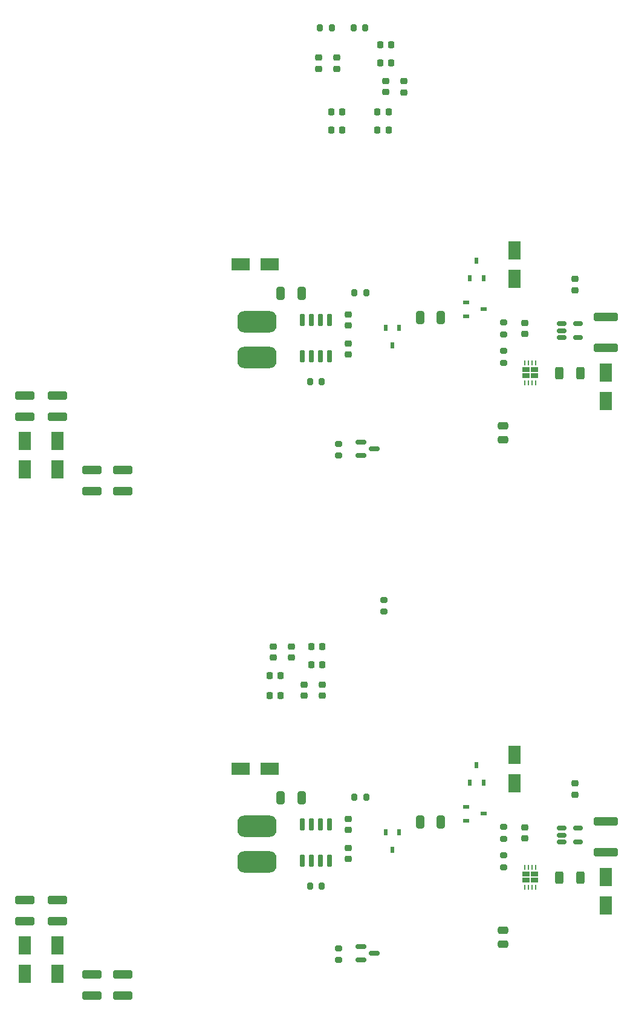
<source format=gtp>
%TF.GenerationSoftware,KiCad,Pcbnew,(6.0.7)*%
%TF.CreationDate,2022-10-24T22:46:20-04:00*%
%TF.ProjectId,LabPowerSupply,4c616250-6f77-4657-9253-7570706c792e,rev?*%
%TF.SameCoordinates,Original*%
%TF.FileFunction,Paste,Top*%
%TF.FilePolarity,Positive*%
%FSLAX46Y46*%
G04 Gerber Fmt 4.6, Leading zero omitted, Abs format (unit mm)*
G04 Created by KiCad (PCBNEW (6.0.7)) date 2022-10-24 22:46:20*
%MOMM*%
%LPD*%
G01*
G04 APERTURE LIST*
G04 Aperture macros list*
%AMRoundRect*
0 Rectangle with rounded corners*
0 $1 Rounding radius*
0 $2 $3 $4 $5 $6 $7 $8 $9 X,Y pos of 4 corners*
0 Add a 4 corners polygon primitive as box body*
4,1,4,$2,$3,$4,$5,$6,$7,$8,$9,$2,$3,0*
0 Add four circle primitives for the rounded corners*
1,1,$1+$1,$2,$3*
1,1,$1+$1,$4,$5*
1,1,$1+$1,$6,$7*
1,1,$1+$1,$8,$9*
0 Add four rect primitives between the rounded corners*
20,1,$1+$1,$2,$3,$4,$5,0*
20,1,$1+$1,$4,$5,$6,$7,0*
20,1,$1+$1,$6,$7,$8,$9,0*
20,1,$1+$1,$8,$9,$2,$3,0*%
G04 Aperture macros list end*
%ADD10RoundRect,0.250000X1.450000X-0.312500X1.450000X0.312500X-1.450000X0.312500X-1.450000X-0.312500X0*%
%ADD11RoundRect,0.225000X0.225000X0.250000X-0.225000X0.250000X-0.225000X-0.250000X0.225000X-0.250000X0*%
%ADD12R,1.000000X0.640000*%
%ADD13R,0.250000X0.700000*%
%ADD14R,2.500000X1.800000*%
%ADD15RoundRect,0.225000X-0.225000X-0.250000X0.225000X-0.250000X0.225000X0.250000X-0.225000X0.250000X0*%
%ADD16R,1.800000X2.500000*%
%ADD17RoundRect,0.250000X-1.100000X0.325000X-1.100000X-0.325000X1.100000X-0.325000X1.100000X0.325000X0*%
%ADD18RoundRect,0.250000X0.325000X0.650000X-0.325000X0.650000X-0.325000X-0.650000X0.325000X-0.650000X0*%
%ADD19RoundRect,0.225000X-0.250000X0.225000X-0.250000X-0.225000X0.250000X-0.225000X0.250000X0.225000X0*%
%ADD20R,0.600000X0.850000*%
%ADD21RoundRect,0.200000X0.200000X0.275000X-0.200000X0.275000X-0.200000X-0.275000X0.200000X-0.275000X0*%
%ADD22R,0.850000X0.600000*%
%ADD23RoundRect,0.250000X0.475000X-0.250000X0.475000X0.250000X-0.475000X0.250000X-0.475000X-0.250000X0*%
%ADD24RoundRect,0.225000X0.250000X-0.225000X0.250000X0.225000X-0.250000X0.225000X-0.250000X-0.225000X0*%
%ADD25RoundRect,0.200000X-0.200000X-0.275000X0.200000X-0.275000X0.200000X0.275000X-0.200000X0.275000X0*%
%ADD26RoundRect,0.150000X-0.587500X-0.150000X0.587500X-0.150000X0.587500X0.150000X-0.587500X0.150000X0*%
%ADD27RoundRect,0.150000X0.150000X-0.725000X0.150000X0.725000X-0.150000X0.725000X-0.150000X-0.725000X0*%
%ADD28RoundRect,0.200000X-0.275000X0.200000X-0.275000X-0.200000X0.275000X-0.200000X0.275000X0.200000X0*%
%ADD29RoundRect,0.200000X0.275000X-0.200000X0.275000X0.200000X-0.275000X0.200000X-0.275000X-0.200000X0*%
%ADD30RoundRect,0.150000X-0.512500X-0.150000X0.512500X-0.150000X0.512500X0.150000X-0.512500X0.150000X0*%
%ADD31RoundRect,0.250000X-0.312500X-0.625000X0.312500X-0.625000X0.312500X0.625000X-0.312500X0.625000X0*%
%ADD32RoundRect,0.999000X-1.751000X0.501000X-1.751000X-0.501000X1.751000X-0.501000X1.751000X0.501000X0*%
G04 APERTURE END LIST*
D10*
%TO.C,F_CS1*%
X132324000Y-82997500D03*
X132324000Y-78722500D03*
%TD*%
D11*
%TO.C,C5_Power2*%
X86767000Y-128905000D03*
X85217000Y-128905000D03*
%TD*%
D12*
%TO.C,Linear1_1*%
X122310000Y-86099500D03*
X122310000Y-86929500D03*
X121120000Y-86099500D03*
X121120000Y-86929500D03*
D13*
X122465000Y-85114500D03*
X121965000Y-85114500D03*
X121465000Y-85114500D03*
X120965000Y-85114500D03*
X120965000Y-87914500D03*
X121465000Y-87914500D03*
X121965000Y-87914500D03*
X122465000Y-87914500D03*
%TD*%
D14*
%TO.C,D_SVR1*%
X81185000Y-71374000D03*
X85185000Y-71374000D03*
%TD*%
D15*
%TO.C,C6_Power1*%
X100698000Y-43180000D03*
X102248000Y-43180000D03*
%TD*%
D16*
%TO.C,D2_CP2*%
X50927000Y-170670323D03*
X50927000Y-166670323D03*
%TD*%
D17*
%TO.C,C3_CP2*%
X60325000Y-170737000D03*
X60325000Y-173687000D03*
%TD*%
D16*
%TO.C,D1_CP2*%
X55499000Y-166670323D03*
X55499000Y-170670323D03*
%TD*%
%TO.C,D_LVR2*%
X119556000Y-144015500D03*
X119556000Y-140015500D03*
%TD*%
D18*
%TO.C,C3_LVR2*%
X109220000Y-149381500D03*
X106270000Y-149381500D03*
%TD*%
D16*
%TO.C,D_LVR1*%
X119556000Y-73403500D03*
X119556000Y-69403500D03*
%TD*%
D19*
%TO.C,C3_SVR1*%
X96266000Y-82410000D03*
X96266000Y-83960000D03*
%TD*%
D17*
%TO.C,C1_CP1*%
X55499000Y-89711000D03*
X55499000Y-92661000D03*
%TD*%
D20*
%TO.C,Q1_LVR1*%
X113272000Y-73286500D03*
X115172000Y-73286500D03*
X114222000Y-70786500D03*
%TD*%
D21*
%TO.C,R_I2C1*%
X98615000Y-38227000D03*
X96965000Y-38227000D03*
%TD*%
D10*
%TO.C,F_CS2*%
X132324000Y-153609500D03*
X132324000Y-149334500D03*
%TD*%
D22*
%TO.C,Q2_LVR1*%
X112718000Y-76674500D03*
X112718000Y-78574500D03*
X115218000Y-77624500D03*
%TD*%
D23*
%TO.C,C1_LVR2*%
X117905000Y-166460500D03*
X117905000Y-164560500D03*
%TD*%
D16*
%TO.C,D1_CP1*%
X55499000Y-96058323D03*
X55499000Y-100058323D03*
%TD*%
D24*
%TO.C,C4_LVR1*%
X120953000Y-81068500D03*
X120953000Y-79518500D03*
%TD*%
D19*
%TO.C,C7_Power1*%
X101473000Y-45694000D03*
X101473000Y-47244000D03*
%TD*%
D25*
%TO.C,R5_SVR1*%
X97092000Y-75311000D03*
X98742000Y-75311000D03*
%TD*%
D20*
%TO.C,Q3_LVR1*%
X103361000Y-80184500D03*
X101461000Y-80184500D03*
X102411000Y-82684500D03*
%TD*%
D19*
%TO.C,C3_SVR2*%
X96266000Y-153022000D03*
X96266000Y-154572000D03*
%TD*%
%TO.C,C8_Power2*%
X90043000Y-130162000D03*
X90043000Y-131712000D03*
%TD*%
D18*
%TO.C,C3_LVR1*%
X109220000Y-78769500D03*
X106270000Y-78769500D03*
%TD*%
D26*
%TO.C,Q1_CP1*%
X97995500Y-98105000D03*
X97995500Y-96205000D03*
X99870500Y-97155000D03*
%TD*%
D27*
%TO.C,Switching1*%
X89789000Y-84236000D03*
X91059000Y-84236000D03*
X92329000Y-84236000D03*
X93599000Y-84236000D03*
X93599000Y-79086000D03*
X92329000Y-79086000D03*
X91059000Y-79086000D03*
X89789000Y-79086000D03*
%TD*%
D24*
%TO.C,C4_LVR2*%
X120953000Y-151680500D03*
X120953000Y-150130500D03*
%TD*%
D15*
%TO.C,C7_Power2*%
X91046000Y-127381000D03*
X92596000Y-127381000D03*
%TD*%
D11*
%TO.C,C5_Power1*%
X95403000Y-52578000D03*
X93853000Y-52578000D03*
%TD*%
D17*
%TO.C,C4_CP1*%
X64643000Y-100125000D03*
X64643000Y-103075000D03*
%TD*%
D28*
%TO.C,R_CP1*%
X94869000Y-96457000D03*
X94869000Y-98107000D03*
%TD*%
D25*
%TO.C,R1_SVR1*%
X90869000Y-87757000D03*
X92519000Y-87757000D03*
%TD*%
D29*
%TO.C,R12_LVR1*%
X118032000Y-85117500D03*
X118032000Y-83467500D03*
%TD*%
D12*
%TO.C,Linear1_2*%
X121120000Y-157541500D03*
X121120000Y-156711500D03*
X122310000Y-157541500D03*
X122310000Y-156711500D03*
D13*
X122465000Y-155726500D03*
X121965000Y-155726500D03*
X121465000Y-155726500D03*
X120965000Y-155726500D03*
X120965000Y-158526500D03*
X121465000Y-158526500D03*
X121965000Y-158526500D03*
X122465000Y-158526500D03*
%TD*%
D11*
%TO.C,C10_Power1*%
X95390000Y-50038000D03*
X93840000Y-50038000D03*
%TD*%
D17*
%TO.C,C4_CP2*%
X64643000Y-170737000D03*
X64643000Y-173687000D03*
%TD*%
D25*
%TO.C,R5_SVR2*%
X97092000Y-145923000D03*
X98742000Y-145923000D03*
%TD*%
D20*
%TO.C,Q3_LVR2*%
X103361000Y-150796500D03*
X101461000Y-150796500D03*
X102411000Y-153296500D03*
%TD*%
D11*
%TO.C,C8_Power1*%
X101867000Y-50038000D03*
X100317000Y-50038000D03*
%TD*%
D17*
%TO.C,C2_CP1*%
X50927000Y-89711000D03*
X50927000Y-92661000D03*
%TD*%
D19*
%TO.C,C_CUR1*%
X128016000Y-73393000D03*
X128016000Y-74943000D03*
%TD*%
D24*
%TO.C,C4_SVR2*%
X96266000Y-150508000D03*
X96266000Y-148958000D03*
%TD*%
D25*
%TO.C,R1_SVR2*%
X90869000Y-158369000D03*
X92519000Y-158369000D03*
%TD*%
D29*
%TO.C,R11_LVR1*%
X118032000Y-81118500D03*
X118032000Y-79468500D03*
%TD*%
D17*
%TO.C,C3_CP1*%
X60325000Y-100125000D03*
X60325000Y-103075000D03*
%TD*%
D28*
%TO.C,R2_Boot2*%
X101219000Y-118301000D03*
X101219000Y-119951000D03*
%TD*%
D26*
%TO.C,Q1_CP2*%
X97995500Y-168717000D03*
X97995500Y-166817000D03*
X99870500Y-167767000D03*
%TD*%
D30*
%TO.C,CurrentSense2*%
X126106500Y-150268000D03*
X126106500Y-151218000D03*
X126106500Y-152168000D03*
X128381500Y-152168000D03*
X128381500Y-150268000D03*
%TD*%
D17*
%TO.C,C1_CP2*%
X55499000Y-160323000D03*
X55499000Y-163273000D03*
%TD*%
D30*
%TO.C,CurrentSense1*%
X126106500Y-79656000D03*
X126106500Y-80606000D03*
X126106500Y-81556000D03*
X128381500Y-81556000D03*
X128381500Y-79656000D03*
%TD*%
D16*
%TO.C,D2_CP1*%
X50927000Y-100058323D03*
X50927000Y-96058323D03*
%TD*%
D24*
%TO.C,C6_Power2*%
X88265000Y-126378000D03*
X88265000Y-124828000D03*
%TD*%
%TO.C,C9_Power1*%
X94615000Y-43955000D03*
X94615000Y-42405000D03*
%TD*%
D31*
%TO.C,R1_CS1*%
X125791500Y-86575000D03*
X128716500Y-86575000D03*
%TD*%
D18*
%TO.C,C1_SVR1*%
X89740000Y-75438000D03*
X86790000Y-75438000D03*
%TD*%
D32*
%TO.C,L_SVR1*%
X83439000Y-79415000D03*
X83439000Y-84415000D03*
%TD*%
D19*
%TO.C,C_CUR2*%
X128016000Y-144005000D03*
X128016000Y-145555000D03*
%TD*%
D23*
%TO.C,C1_LVR1*%
X117905000Y-95848500D03*
X117905000Y-93948500D03*
%TD*%
D31*
%TO.C,R1_CS2*%
X125791500Y-157187000D03*
X128716500Y-157187000D03*
%TD*%
D29*
%TO.C,R11_LVR2*%
X118032000Y-151730500D03*
X118032000Y-150080500D03*
%TD*%
D24*
%TO.C,C4_SVR1*%
X96266000Y-79896000D03*
X96266000Y-78346000D03*
%TD*%
D19*
%TO.C,C2_Power1*%
X104013000Y-45707000D03*
X104013000Y-47257000D03*
%TD*%
D18*
%TO.C,C1_SVR2*%
X89740000Y-146050000D03*
X86790000Y-146050000D03*
%TD*%
D17*
%TO.C,C2_CP2*%
X50927000Y-160323000D03*
X50927000Y-163273000D03*
%TD*%
D29*
%TO.C,R12_LVR2*%
X118032000Y-155729500D03*
X118032000Y-154079500D03*
%TD*%
D15*
%TO.C,C3_Power2*%
X91046000Y-124841000D03*
X92596000Y-124841000D03*
%TD*%
%TO.C,C1_Power1*%
X100698000Y-40640000D03*
X102248000Y-40640000D03*
%TD*%
D22*
%TO.C,Q2_LVR2*%
X112718000Y-147286500D03*
X112718000Y-149186500D03*
X115218000Y-148236500D03*
%TD*%
D21*
%TO.C,R_I2C2*%
X93916000Y-38227000D03*
X92266000Y-38227000D03*
%TD*%
D19*
%TO.C,C4_Power2*%
X92583000Y-130162000D03*
X92583000Y-131712000D03*
%TD*%
D14*
%TO.C,D_SVR2*%
X81185000Y-141986000D03*
X85185000Y-141986000D03*
%TD*%
D11*
%TO.C,C3_Power1*%
X101867000Y-52578000D03*
X100317000Y-52578000D03*
%TD*%
D24*
%TO.C,C4_Power1*%
X92075000Y-43955000D03*
X92075000Y-42405000D03*
%TD*%
D20*
%TO.C,Q1_LVR2*%
X113272000Y-143898500D03*
X115172000Y-143898500D03*
X114222000Y-141398500D03*
%TD*%
D16*
%TO.C,D_CS1*%
X132324000Y-86480000D03*
X132324000Y-90480000D03*
%TD*%
D24*
%TO.C,C2_Power2*%
X85725000Y-126378000D03*
X85725000Y-124828000D03*
%TD*%
D11*
%TO.C,C1_Power2*%
X86767000Y-131699000D03*
X85217000Y-131699000D03*
%TD*%
D27*
%TO.C,Switching2*%
X89789000Y-154848000D03*
X91059000Y-154848000D03*
X92329000Y-154848000D03*
X93599000Y-154848000D03*
X93599000Y-149698000D03*
X92329000Y-149698000D03*
X91059000Y-149698000D03*
X89789000Y-149698000D03*
%TD*%
D16*
%TO.C,D_CS2*%
X132324000Y-157092000D03*
X132324000Y-161092000D03*
%TD*%
D32*
%TO.C,L_SVR2*%
X83439000Y-150027000D03*
X83439000Y-155027000D03*
%TD*%
D28*
%TO.C,R_CP2*%
X94869000Y-167069000D03*
X94869000Y-168719000D03*
%TD*%
M02*

</source>
